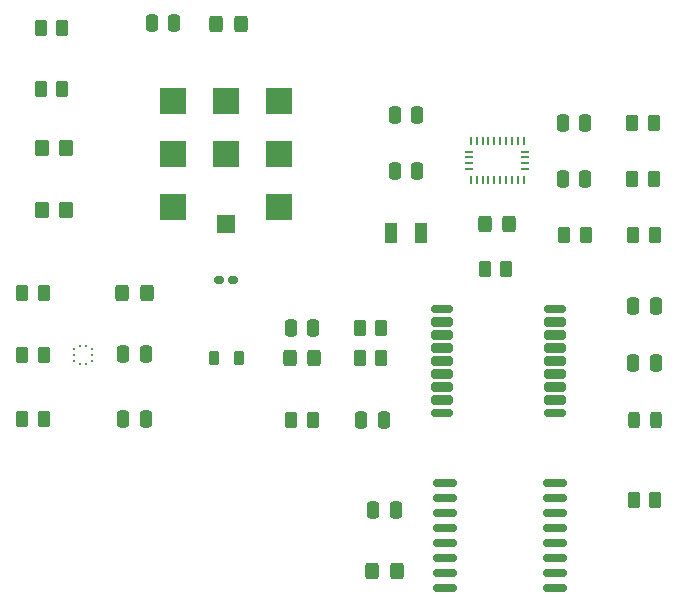
<source format=gbr>
%TF.GenerationSoftware,KiCad,Pcbnew,7.0.7*%
%TF.CreationDate,2024-01-17T19:34:37-05:00*%
%TF.ProjectId,Unified_Board,556e6966-6965-4645-9f42-6f6172642e6b,rev?*%
%TF.SameCoordinates,Original*%
%TF.FileFunction,Paste,Top*%
%TF.FilePolarity,Positive*%
%FSLAX46Y46*%
G04 Gerber Fmt 4.6, Leading zero omitted, Abs format (unit mm)*
G04 Created by KiCad (PCBNEW 7.0.7) date 2024-01-17 19:34:37*
%MOMM*%
%LPD*%
G01*
G04 APERTURE LIST*
G04 Aperture macros list*
%AMRoundRect*
0 Rectangle with rounded corners*
0 $1 Rounding radius*
0 $2 $3 $4 $5 $6 $7 $8 $9 X,Y pos of 4 corners*
0 Add a 4 corners polygon primitive as box body*
4,1,4,$2,$3,$4,$5,$6,$7,$8,$9,$2,$3,0*
0 Add four circle primitives for the rounded corners*
1,1,$1+$1,$2,$3*
1,1,$1+$1,$4,$5*
1,1,$1+$1,$6,$7*
1,1,$1+$1,$8,$9*
0 Add four rect primitives between the rounded corners*
20,1,$1+$1,$2,$3,$4,$5,0*
20,1,$1+$1,$4,$5,$6,$7,0*
20,1,$1+$1,$6,$7,$8,$9,0*
20,1,$1+$1,$8,$9,$2,$3,0*%
G04 Aperture macros list end*
%ADD10RoundRect,0.250000X-0.325000X-0.450000X0.325000X-0.450000X0.325000X0.450000X-0.325000X0.450000X0*%
%ADD11RoundRect,0.250000X-0.262500X-0.450000X0.262500X-0.450000X0.262500X0.450000X-0.262500X0.450000X0*%
%ADD12RoundRect,0.250000X0.250000X0.475000X-0.250000X0.475000X-0.250000X-0.475000X0.250000X-0.475000X0*%
%ADD13RoundRect,0.250000X-0.250000X-0.475000X0.250000X-0.475000X0.250000X0.475000X-0.250000X0.475000X0*%
%ADD14R,1.500000X1.500000*%
%ADD15R,2.300000X2.300000*%
%ADD16RoundRect,0.250000X0.325000X0.450000X-0.325000X0.450000X-0.325000X-0.450000X0.325000X-0.450000X0*%
%ADD17R,0.250000X0.275000*%
%ADD18R,0.275000X0.250000*%
%ADD19R,0.254000X0.675000*%
%ADD20R,0.675000X0.254000*%
%ADD21RoundRect,0.150000X-0.875000X-0.150000X0.875000X-0.150000X0.875000X0.150000X-0.875000X0.150000X0*%
%ADD22R,1.000000X1.800000*%
%ADD23RoundRect,0.175000X0.725000X0.175000X-0.725000X0.175000X-0.725000X-0.175000X0.725000X-0.175000X0*%
%ADD24RoundRect,0.200000X0.700000X0.200000X-0.700000X0.200000X-0.700000X-0.200000X0.700000X-0.200000X0*%
%ADD25RoundRect,0.218750X0.218750X0.381250X-0.218750X0.381250X-0.218750X-0.381250X0.218750X-0.381250X0*%
%ADD26RoundRect,0.243750X-0.243750X-0.456250X0.243750X-0.456250X0.243750X0.456250X-0.243750X0.456250X0*%
%ADD27RoundRect,0.250000X-0.350000X-0.450000X0.350000X-0.450000X0.350000X0.450000X-0.350000X0.450000X0*%
%ADD28RoundRect,0.250000X0.262500X0.450000X-0.262500X0.450000X-0.262500X-0.450000X0.262500X-0.450000X0*%
%ADD29RoundRect,0.160000X-0.222500X-0.160000X0.222500X-0.160000X0.222500X0.160000X-0.222500X0.160000X0*%
G04 APERTURE END LIST*
D10*
%TO.C,D2*%
X131175000Y-102600000D03*
X133225000Y-102600000D03*
%TD*%
D11*
%TO.C,R15*%
X103087500Y-56600000D03*
X104912500Y-56600000D03*
%TD*%
D12*
%TO.C,C10*%
X133150000Y-97400000D03*
X131250000Y-97400000D03*
%TD*%
D13*
%TO.C,C7*%
X153250000Y-85000000D03*
X155150000Y-85000000D03*
%TD*%
D14*
%TO.C,ANT1*%
X118800000Y-73200000D03*
D15*
X114300000Y-71800000D03*
X123300000Y-71800000D03*
X114300000Y-67300000D03*
X118800000Y-67300000D03*
X123300000Y-67300000D03*
X114300000Y-62800000D03*
X118800000Y-62800000D03*
X123300000Y-62800000D03*
%TD*%
D13*
%TO.C,C12*%
X124250000Y-82000000D03*
X126150000Y-82000000D03*
%TD*%
D16*
%TO.C,D5*%
X142775000Y-73200000D03*
X140725000Y-73200000D03*
%TD*%
D12*
%TO.C,C11*%
X114400000Y-56200000D03*
X112500000Y-56200000D03*
%TD*%
D11*
%TO.C,R4*%
X101525000Y-84300000D03*
X103350000Y-84300000D03*
%TD*%
%TO.C,R16*%
X130087500Y-82000000D03*
X131912500Y-82000000D03*
%TD*%
D17*
%TO.C,Alt1*%
X106887500Y-83537500D03*
X106387500Y-83537500D03*
D18*
X105875000Y-83800000D03*
X105875000Y-84300000D03*
X105875000Y-84800000D03*
D17*
X106387500Y-85062500D03*
X106887500Y-85062500D03*
D18*
X107400000Y-84800000D03*
X107400000Y-84300000D03*
X107400000Y-83800000D03*
%TD*%
D13*
%TO.C,C5*%
X133050000Y-68750000D03*
X134950000Y-68750000D03*
%TD*%
D11*
%TO.C,R3*%
X101525000Y-89700000D03*
X103350000Y-89700000D03*
%TD*%
%TO.C,R14*%
X103087500Y-61800000D03*
X104912500Y-61800000D03*
%TD*%
D10*
%TO.C,D4*%
X110012500Y-79100000D03*
X112062500Y-79100000D03*
%TD*%
%TO.C,D3*%
X124175000Y-84600000D03*
X126225000Y-84600000D03*
%TD*%
D19*
%TO.C,U1*%
X144000000Y-69500000D03*
D20*
X144137500Y-68587500D03*
X144137500Y-68087500D03*
X144137500Y-67587500D03*
X144137500Y-67087500D03*
D19*
X144000000Y-66175000D03*
X143500000Y-66175000D03*
X143000000Y-66175000D03*
X142500000Y-66175000D03*
X142000000Y-66175000D03*
X141500000Y-66175000D03*
X141000000Y-66175000D03*
X140500000Y-66175000D03*
X140000000Y-66175000D03*
X139500000Y-66175000D03*
D20*
X139362500Y-67087500D03*
X139362500Y-67587500D03*
X139362500Y-68087500D03*
X139362500Y-68587500D03*
D19*
X139500000Y-69500000D03*
X140000000Y-69500000D03*
X140500000Y-69500000D03*
X141000000Y-69500000D03*
X141500000Y-69500000D03*
X142000000Y-69500000D03*
X142500000Y-69500000D03*
X143000000Y-69500000D03*
X143500000Y-69500000D03*
%TD*%
D21*
%TO.C,U3*%
X137350000Y-95155000D03*
X137350000Y-96425000D03*
X137350000Y-97695000D03*
X137350000Y-98965000D03*
X137350000Y-100235000D03*
X137350000Y-101505000D03*
X137350000Y-102775000D03*
X137350000Y-104045000D03*
X146650000Y-104045000D03*
X146650000Y-102775000D03*
X146650000Y-101505000D03*
X146650000Y-100235000D03*
X146650000Y-98965000D03*
X146650000Y-97695000D03*
X146650000Y-96425000D03*
X146650000Y-95155000D03*
%TD*%
D13*
%TO.C,C2*%
X110087500Y-84200000D03*
X111987500Y-84200000D03*
%TD*%
D11*
%TO.C,R11*%
X140687500Y-77000000D03*
X142512500Y-77000000D03*
%TD*%
%TO.C,R7*%
X153275000Y-74162500D03*
X155100000Y-74162500D03*
%TD*%
%TO.C,R12*%
X101525000Y-79100000D03*
X103350000Y-79100000D03*
%TD*%
D12*
%TO.C,C8*%
X155150000Y-80200000D03*
X153250000Y-80200000D03*
%TD*%
D22*
%TO.C,Y1*%
X132750000Y-74000000D03*
X135250000Y-74000000D03*
%TD*%
D23*
%TO.C,U2*%
X146600000Y-89200000D03*
D24*
X146600000Y-88100000D03*
X146600000Y-87000000D03*
X146600000Y-85900000D03*
X146600000Y-84800000D03*
X146600000Y-83700000D03*
X146600000Y-82600000D03*
X146600000Y-81500000D03*
D23*
X146600000Y-80400000D03*
X137100000Y-80400000D03*
D24*
X137100000Y-81500000D03*
X137100000Y-82600000D03*
X137100000Y-83700000D03*
X137100000Y-84800000D03*
X137100000Y-85900000D03*
X137100000Y-87000000D03*
X137100000Y-88100000D03*
D23*
X137100000Y-89200000D03*
%TD*%
D11*
%TO.C,R6*%
X153187500Y-69412500D03*
X155012500Y-69412500D03*
%TD*%
D25*
%TO.C,FB1*%
X119862500Y-84600000D03*
X117737500Y-84600000D03*
%TD*%
D26*
%TO.C,D1*%
X153312500Y-89800000D03*
X155187500Y-89800000D03*
%TD*%
D12*
%TO.C,C1*%
X111987500Y-89700000D03*
X110087500Y-89700000D03*
%TD*%
D27*
%TO.C,R1*%
X103200000Y-66800000D03*
X105200000Y-66800000D03*
%TD*%
D11*
%TO.C,R5*%
X153187500Y-64662500D03*
X155012500Y-64662500D03*
%TD*%
D10*
%TO.C,D6*%
X117975000Y-56250000D03*
X120025000Y-56250000D03*
%TD*%
D28*
%TO.C,R9*%
X131912500Y-84600000D03*
X130087500Y-84600000D03*
%TD*%
D13*
%TO.C,C6*%
X133050000Y-64000000D03*
X134950000Y-64000000D03*
%TD*%
D12*
%TO.C,C9*%
X132150000Y-89800000D03*
X130250000Y-89800000D03*
%TD*%
D13*
%TO.C,C3*%
X147300000Y-69412500D03*
X149200000Y-69412500D03*
%TD*%
D11*
%TO.C,R10*%
X153287500Y-96600000D03*
X155112500Y-96600000D03*
%TD*%
D13*
%TO.C,C4*%
X147300000Y-64662500D03*
X149200000Y-64662500D03*
%TD*%
D28*
%TO.C,R8*%
X149250000Y-74162500D03*
X147425000Y-74162500D03*
%TD*%
D29*
%TO.C,D7 (opt)*%
X118227500Y-78000000D03*
X119372500Y-78000000D03*
%TD*%
D11*
%TO.C,R13*%
X124287500Y-89800000D03*
X126112500Y-89800000D03*
%TD*%
D27*
%TO.C,R2*%
X103200000Y-72000000D03*
X105200000Y-72000000D03*
%TD*%
M02*

</source>
